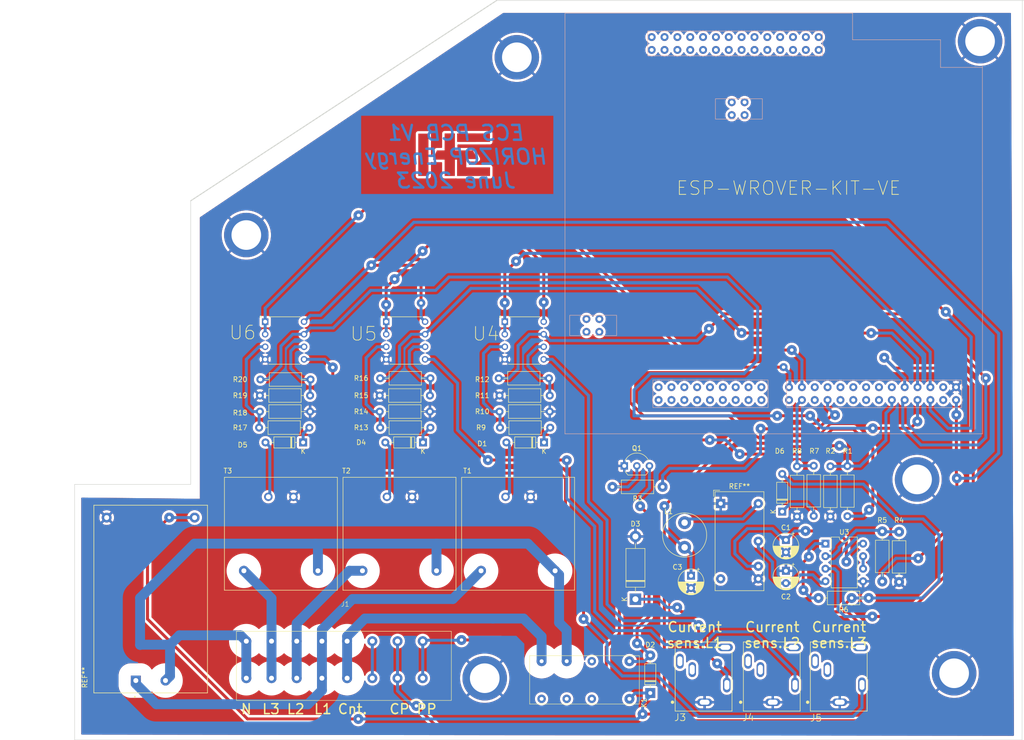
<source format=kicad_pcb>
(kicad_pcb (version 20221018) (generator pcbnew)
  (title_block (title "ECS HORIZOP Prototype") (date "2023-05-14") (rev "1.4") (company "HORIZOP Energy"))
  (layers (0 "F.Cu" signal) (31 "B.Cu" signal) (34 "B.Paste" user) (35 "F.Paste" user) (36 "B.SilkS" user "B.Silkscreen") (37 "F.SilkS" user "F.Silkscreen") (38 "B.Mask" user) (39 "F.Mask" user) (44 "Edge.Cuts" user))
  (net 0 "")
  (net 1 "GND")
  (net 2 "+5V")
  (net 3 "Net-(D1-Pad2)")
  (net 4 "Net-(D2-Pad2)")
  (net 5 "CP")
  (net 6 "Net-(D4-Pad2)")
  (net 7 "Net-(D5-Pad2)")
  (net 8 "Contactor")
  (net 9 "MAINS_N")
  (net 10 "MAINS_L3")
  (net 11 "MAINS_L2")
  (net 12 "MAINS_L1")
  (net 13 "/PP")
  (net 14 "CUR_SENS_L3")
  (net 15 "CUR_SENS_L2")
  (net 16 "CUR_SENS_L1")
  (net 17 "VOLTAGE_SENS_L1_READ")
  (net 18 "+12VDC")
  (net 19 "-12VDC")
  (net 20 "Net-(D1-Pad1)")
  (net 21 "Net-(D4-Pad1)")
  (net 22 "Net-(D5-Pad1)")
  (net 23 "Net-(D6-Pad1)")
  (net 24 "Net-(L1-Pad1)")
  (net 25 "Net-(Q1-Pad2)")
  (net 26 "DC_RELAY")
  (net 27 "Net-(R4-Pad2)")
  (net 28 "+3V3")
  (net 29 "Net-(R6-Pad2)")
  (net 30 "CP_READ")
  (net 31 "Net-(R10-Pad1)")
  (net 32 "Net-(R11-Pad2)")
  (net 33 "CURRENT_SENS_L1_READ")
  (net 34 "Net-(R13-Pad2)")
  (net 35 "Net-(R15-Pad2)")
  (net 36 "CURRENT_SENS_L2_READ")
  (net 37 "Net-(R17-Pad2)")
  (net 38 "Net-(R19-Pad2)")
  (net 39 "CURRENT_SENS_L3_READ")
  (net 40 "PWM")
  (net 41 "Net-(U3-Pad6)")
  (net 42 "VOLTAGE_SENS_L3_READ")
  (net 43 "VOLTAGE_SENS_L2_READ")
  (footprint "DehneEVSEFootPrints:MountingHole_6mm" (layer "F.Cu") (at 161.8 100.69)
    (fp_text reference "REF**" hide)
    (fp_text value "MountingHole_6mm")
  )
  (footprint "DehneEVSEFootPrints:MountingHole_6mm" (layer "F.Cu") (at 216.55 64.69)
    (fp_text reference "REF**" hide)
    (fp_text value "MountingHole_6mm")
  )
  (footprint "DehneEVSEFootPrints:MountingHole_6mm" (layer "F.Cu") (at 305.05 189.44)
    (fp_text reference "REF**" hide)
    (fp_text value "MountingHole_6mm")
  )
  (footprint "NonFoundThings:Bornier la5dher" (layer "F.Cu") (at 159.8 170.94)
    (fp_text reference "J1")
    (fp_text value "Connector1")
  )
  (footprint "ECS-PrototypeFootPrints:CUI_SJ1-3515N" (layer "F.Cu") (at 254.545 195.3 90)
    (fp_text reference "J3")
    (fp_text value "SJ1-3515N")
  )
  (footprint "ECS-PrototypeFootPrints:CUI_SJ1-3515N" (layer "F.Cu") (at 268.345 195.3 90)
    (fp_text reference "J4")
    (fp_text value "SJ1-3515N")
  )
  (footprint "ECS-PrototypeFootPrints:CUI_SJ1-3515N" (layer "F.Cu") (at 281.9 195.3 90)
    (fp_text reference "J5")
    (fp_text value "SJ1-3515N")
  )
  (footprint "Diode_THT:D_DO-35_SOD27_P7.62mm_Horizontal" (layer "F.Cu") (at 243.55 193.44 90)
    (fp_text reference "D2")
    (fp_text value "1N4148")
  )
  (footprint "Diode_THT:D_DO-15_P12.70mm_Horizontal" (layer "F.Cu") (at 240.55 174.44 90)
    (fp_text reference "D3")
    (fp_text value "TVS-P6KE16CA")
  )
  (footprint "Package_TO_SOT_THT:TO-92_Inline_Wide" (layer "F.Cu") (at 238.3 147.44)
    (fp_text reference "Q1")
    (fp_text value "PN2222A")
  )
  (footprint "Resistor_THT:R_Axial_DIN0207_L6.3mm_D2.5mm_P10.16mm_Horizontal" (layer "F.Cu") (at 283.449999 147.475001 -90)
    (fp_text reference "R1")
    (fp_text value "1k")
  )
  (footprint "Resistor_THT:R_Axial_DIN0207_L6.3mm_D2.5mm_P10.16mm_Horizontal" (layer "F.Cu") (at 280.005 157.69 90)
    (fp_text reference "R2")
    (fp_text value "1k")
  )
  (footprint "Resistor_THT:R_Axial_DIN0207_L6.3mm_D2.5mm_P10.16mm_Horizontal" (layer "F.Cu") (at 246.05 151.69 180)
    (fp_text reference "R3")
    (fp_text value "330")
  )
  (footprint "Resistor_THT:R_Axial_DIN0207_L6.3mm_D2.5mm_P10.16mm_Horizontal" (layer "F.Cu") (at 293.91 170.95 90)
    (fp_text reference "R4")
    (fp_text value "120k")
  )
  (footprint "Resistor_THT:R_Axial_DIN0207_L6.3mm_D2.5mm_P10.16mm_Horizontal" (layer "F.Cu") (at 290.505 160.69 -90)
    (fp_text reference "R5")
    (fp_text value "120k")
  )
  (footprint "Resistor_THT:R_Axial_DIN0207_L6.3mm_D2.5mm_P10.16mm_Horizontal" (layer "F.Cu") (at 287.755 174.19 180)
    (fp_text reference "R6")
    (fp_text value "1k")
  )
  (footprint "Resistor_THT:R_Axial_DIN0207_L6.3mm_D2.5mm_P10.16mm_Horizontal" (layer "F.Cu") (at 276.629999 147.415001 -90)
    (fp_text reference "R7")
    (fp_text value "180k")
  )
  (footprint "Resistor_THT:R_Axial_DIN0207_L6.3mm_D2.5mm_P10.16mm_Horizontal" (layer "F.Cu") (at 273.255 157.69 90)
    (fp_text reference "R8")
    (fp_text value "47k")
  )
  (footprint "DehneEVSEFootPrints:VB_05-1-12" (layer "F.Cu") (at 168.8 161.19 90)
    (fp_text reference "T3")
    (fp_text value "VB_05-1-12")
  )
  (footprint "DehneEVSEFootPrints:VB_05-1-12" (layer "F.Cu") (at 216.8 161.19 90)
    (fp_text reference "T1")
    (fp_text value "VB_05-1-12")
  )
  (footprint "DehneEVSEFootPrints:VB_05-1-12" (layer "F.Cu") (at 192.8 161.19 90)
    (fp_text reference "T2")
    (fp_text value "VB_05-1-12")
  )
  (footprint "DehneEVSEFootPrints:MountingHole_6mm" (layer "F.Cu") (at 297.55 150.19)
    (fp_text reference "REF**" hide)
    (fp_text value "MountingHole_6mm")
  )
  (footprint "Package_DIP:DIP-8_W7.62mm" (layer "F.Cu") (at 279.005 163.19)
    (fp_text reference "U3")
    (fp_text value "LT1498IN8")
  )
  (footprint "Diode_THT:D_DO-35_SOD27_P7.62mm_Horizontal" (layer "F.Cu") (at 270.255 156.69 90)
    (fp_text reference "D6")
    (fp_text value "1N4148")
  )
  (footprint "Inductor_THT:L_Radial_D8.7mm_P5.00mm_Fastron_07HCP" (layer "F.Cu") (at 250.5 158.94 -90)
    (fp_text reference "L1")
    (fp_text value "18uH")
  )
  (footprint "Capacitor_THT:CP_Radial_D5.0mm_P2.50mm" (layer "F.Cu") (at 271.005 168.69 -90)
    (fp_text reference "C2")
    (fp_text value "1uf")
  )
  (footprint "Capacitor_THT:CP_Radial_D5.0mm_P2.50mm" (layer "F.Cu") (at 251.8 169.69 -90)
    (fp_text reference "C3")
    (fp_text value "2.2uf/50V")
  )
  (footprint "Capacitor_THT:CP_Radial_D5.0mm_P2.50mm" (layer "F.Cu") (at 271.005 162.44 -90)
    (fp_text reference "C1")
    (fp_text value "1uf")
  )
  (footprint "Diode_THT:D_DO-35_SOD27_P7.62mm_Horizontal" (layer "F.Cu") (at 197.55 142.69 180)
    (fp_text reference "D4")
    (fp_text value "1N4148")
  )
  (footprint "Resistor_THT:R_Axial_DIN0207_L6.3mm_D2.5mm_P10.16mm_Horizontal" (layer "F.Cu") (at 188.8 133.19)
    (fp_text reference "R15")
    (fp_text value "10k")
  )
  (footprint "Diode_THT:D_DO-35_SOD27_P7.62mm_Horizontal" (layer "F.Cu") (at 222.05 142.69 180)
    (fp_text reference "D1")
    (fp_text value "1N4148")
  )
  (footprint "Resistor_THT:R_Axial_DIN0207_L6.3mm_D2.5mm_P10.16mm_Horizontal" (layer "F.Cu") (at 223.3 139.69 180)
    (fp_text reference "R9")
    (fp_text value "100k")
  )
  (footprint "Resistor_THT:R_Axial_DIN0207_L6.3mm_D2.5mm_P10.16mm_Horizontal" (layer "F.Cu") (at 213.05 136.44)
    (fp_text reference "R10")
    (fp_text value "10k")
  )
  (footprint "Resistor_THT:R_Axial_DIN0207_L6.3mm_D2.5mm_P10.16mm_Horizontal" (layer "F.Cu") (at 213.05 133.19)
    (fp_text reference "R11")
    (fp_text value "10k")
  )
  (footprint "Resistor_THT:R_Axial_DIN0207_L6.3mm_D2.5mm_P10.16mm_Horizontal" (layer "F.Cu") (at 174.55 139.69 180)
    (fp_text reference "R17")
    (fp_text value "100k")
  )
  (footprint "Resistor_THT:R_Axial_DIN0207_L6.3mm_D2.5mm_P10.16mm_Horizontal" (layer "F.Cu") (at 199.05 129.69 180)
    (fp_text reference "R16")
    (fp_text value "10k")
  )
  (footprint "Resistor_THT:R_Axial_DIN0207_L6.3mm_D2.5mm_P10.16mm_Horizontal" (layer "F.Cu") (at 164.55 136.44)
    (fp_text reference "R18")
    (fp_text value "10k")
  )
  (footprint "Resistor_THT:R_Axial_DIN0207_L6.3mm_D2.5mm_P10.16mm_Horizontal" (layer "F.Cu") (at 199.05 139.69 180)
    (fp_text reference "R13")
    (fp_text value "100k")
  )
  (footprint "Resistor_THT:R_Axial_DIN0207_L6.3mm_D2.5mm_P10.16mm_Horizontal" (layer "F.Cu") (at 223.05 129.69 180)
    (fp_text reference "R12")
    (fp_text value "10k")
  )
  (footprint "Resistor_THT:R_Axial_DIN0207_L6.3mm_D2.5mm_P10.16mm_Horizontal" (layer "F.Cu") (at 188.8 136.44)
    (fp_text reference "R14")
    (fp_text value "10k")
  )
  (footprint "Resistor_THT:R_Axial_DIN0207_L6.3mm_D2.5mm_P10.16mm_Horizontal" (layer "F.Cu") (at 174.8 129.94 180)
    (fp_text reference "R20")
    (fp_text value "10k")
  )
  (footprint "Resistor_THT:R_Axial_DIN0207_L6.3mm_D2.5mm_P10.16mm_Horizontal" (layer "F.Cu") (at 164.55 133.19)
    (fp_text reference "R19")
    (fp_text value "10k")
  )
  (footprint "Diode_THT:D_DO-35_SOD27_P7.62mm_Horizontal" (layer "F.Cu") (at 173.3 142.69 180)
    (fp_text reference "D5")
    (fp_text value "1N4148")
  )
  (footprint "ECS-PrototypeFootPrints:DIP787W46P254L927H533Q8" (layer "F.Cu") (at 218.05 122.05)
    (fp_text reference "U4")
    (fp_text value "MCP602T")
  )
  (footprint "ECS-PrototypeFootPrints:DIP787W46P254L927H533Q8" (layer "F.Cu") (at 194.05 122.05)
    (fp_text reference "U5")
    (fp_text value "MCP602T")
  )
  (footprint "ECS-PrototypeFootPrints:DIP787W46P254L927H533Q8" (layer "F.Cu") (at 169.55 122.05)
    (fp_text reference "U6")
    (fp_text value "MCP602T")
  )
  (footprint "NonFoundThings:RY5W-K" (layer "F.Cu") (at 231.02 201.22 180)
    (fp_text reference "REF**" hide)
    (fp_text value "RY5W-K")
  )
  (footprint "Converter_DCDC:Converter_DCDC_XP_POWER-IAxxxxD_THT" (layer "F.Cu") (at 257.8 155.07)
    (fp_text reference "REF**")
    (fp_text value "Converter_DCDC_XP_POWER-IAxxxxD_THT")
  )
  (footprint "" (layer "F.Cu") (at 210.05 190.44)
    (fp_text reference "")
    (fp_text value "")
  )
  (footprint "" (layer "F.Cu") (at 310.3 61.44)
    (fp_text reference "")
    (fp_text value "")
  )
  (footprint "ECS-PrototypeFootPrints:CONV_HLK-5M05" (layer "F.Cu") (at 142.44 174.41 90)
    (fp_text reference "REF**")
    (fp_text value "CONV_HLK-5M05")
  )
  (footprint "NonFoundThings:ESP-WROVER-KIT-VE" (layer "B.Cu") (at 310.79 140.94 90)
    (fp_text reference "Ref**" hide)
    (fp_text value "ESP-WROVER-KIT-VE" hide)
  )
  (footprint "ECS-PrototypeFootPrints:KiCAD Loo" (layer "B.Cu") (at 203.8 84.19 180)
    (fp_text reference "G***" hide)
    (fp_text value "LOGO" hide)
  )
  (gr_line (start 318.8 202.94) (end 127.05 202.94) (stroke (width 0.1)) (layer "Edge.Cuts"))
  (gr_line (start 212.46 53.19) (end 319.14 53.19) (stroke (width 0.1)) (layer "Edge.Cuts"))
  (gr_line (start 127.05 202.94) (end 127.045 151.19) (stroke (width 0.1)) (layer "Edge.Cuts"))
  (gr_line (start 318.845 53.19) (end 318.8 202.94) (stroke (width 0.1)) (layer "Edge.Cuts"))
  (gr_line (start 150.55 93.75) (end 212.46 53.19) (stroke (width 0.2)) (layer "Edge.Cuts"))
  (gr_line (start 150.55 151.19) (end 150.55 93.75) (stroke (width 0.1)) (layer "Edge.Cuts"))
  (gr_line (start 127.045 151.19) (end 150.55 151.19) (stroke (width 0.1)) (layer "Edge.Cuts"))
  (gr_text "ECS PCB V1\nHORIZOP Energy\nJune 2023" (at 204.3 91.44) (layer "B.Cu") (effects (font (size 3 3) (thickness 0.5) bold italic) (justify bottom mirror)))
  (gr_text "L3" (at 166.8 196.69) (layer "F.SilkS") (effects (font (size 2 2) (thickness 0.3))))
  (gr_text "L2" (at 171.8 196.69) (layer "F.SilkS") (effects (font (size 2 2) (thickness 0.3))))
  (gr_text "L1" (at 177.3 196.69) (layer "F.SilkS") (effects (font (size 2 2) (thickness 0.3))))
  (gr_text "Cnt." (at 183.3 196.69) (layer "F.SilkS") (effects (font (size 2 2) (thickness 0.3))))
  (gr_text "CP" (at 192.8 196.69) (layer "F.SilkS") (effects (font (size 2 2) (thickness 0.3))))
  (gr_text "PP" (at 198.3 196.69) (layer "F.SilkS") (effects (font (size 2 2) (thickness 0.3))))
  (gr_text "Current\nsens.L1" (at 252.55 181.69) (layer "F.SilkS") (effects (font (size 2 2) (thickness 0.3))))
  (gr_text "Current\nsens.L2" (at 268.255 181.69) (layer "F.SilkS") (effects (font (size 2 2) (thickness 0.3))))
  (gr_text "Current\nsens.L3" (at 281.755 181.69) (layer "F.SilkS") (effects (font (size 2 2) (thickness 0.3))))
  (gr_text "N" (at 161.8 196.69) (layer "F.SilkS") (effects (font (size 2 2) (thickness 0.3))))
  (gr_text "ESP-WROVER-KIT-VE" (at 271.55 91.19) (layer "F.SilkS") (effects (font (size 2.755976 2.755976))))
  (segment (start 187.3 182.94) (end 187.3 190.44) (width 0.6) (layer "B.Cu") (net 0))
  (segment (start 242.17 137.31) (end 259.49 137.31) (width 0.6) (layer "F.Cu") (net 2))
  (segment (start 246.4 195.25) (end 243.95 197.7) (width 0.6) (layer "F.Cu") (net 2))
  (segment (start 265.05 142.87) (end 269.37 142.87) (width 0.6) (layer "F.Cu") (net 2))
  (segment (start 151.34 157.91) (end 151.64 157.61) (width 0.6) (layer "F.Cu") (net 2))
  (segment (start 141.8 178.45) (end 141.8 162.25) (width 0.6) (layer "F.Cu") (net 2))
  (segment (start 277.95 142.44) (end 280.39 140) (width 0.6) (layer "F.Cu") (net 2))
  (segment (start 270.53 127.44) (end 270.14 127.83) (width 0.6) (layer "F.Cu") (net 2))
  (segment (start 246.41 155.58) (end 260.05 141.94) (width 0.6) (layer "F.Cu") (net 2))
  (segment (start 264.12 141.94) (end 265.05 142.87) (width 0.6) (layer "F.Cu") (net 2))
  (segment (start 239.49 129.94) (end 239.49 134.63) (width 0.6) (layer "F.Cu") (net 2))
  (segment (start 184.46 198.69) (end 162.04 198.69) (width 0.6) (layer "F.Cu") (net 2))
  (segment (start 260.05 141.94) (end 264.12 141.94) (width 0.6) (layer "F.Cu") (net 2))
  (segment (start 280.39 140) (end 284.66 140) (width 0.6) (layer "F.Cu") (net 2))
  (segment (start 239.49 134.63) (end 242.17 137.31) (width 0.6) (layer "F.Cu") (net 2))
  (segment (start 284.66 140) (end 288.6 143.94) (width 0.6) (layer "F.Cu") (net 2))
  (segment (start 288.6 155.58) (end 287.84 156.34) (width 0.6) (layer "F.Cu") (net 2))
  (segment (start 243.95 197.7) (end 242.01 197.7) (width 0.6) (layer "F.Cu") (net 2))
  (segment (start 146.14 157.91) (end 146.19 157.91) (width 0.6) (layer "F.Cu") (net 2))
  (segment (start 146.2 157.9) (end 146.21 157.91) (width 0.6) (layer "F.Cu") (net 2))
  (segment (start 259.49 137.31) (end 265.05 142.87) (width 0.6) (layer "F.Cu") (net 2))
  (segment (start 271.77 131.6) (end 271.67 131.5) (width 0.6) (layer "F.Cu") (net 2))
  (segment (start 141.8 162.25) (end 146.14 157.91) (width 0.6) (layer "F.Cu") (net 2))
  (segment (start 241.99 127.44) (end 239.49 129.94) (width 0.6) (layer "F.Cu") (net 2))
  (segment (start 151.64 157.61) (end 151.66 157.61) (width 0.6) (layer "F.Cu") (net 2))
  (segment (start 269.37 142.87) (end 269.8 142.44) (width 0.6) (layer "F.Cu") (net 2))
  (segment (start 288.6 143.94) (end 288.6 155.58) (width 0.6) (layer "F.Cu") (net 2))
  (segment (start 271.67 131.5) (end 271.64 131.5) (width 0.6) (layer "F.Cu") (net 2))
  (segment (start 146.19 157.91) (end 146.2 157.9) (width 0.6) (layer "F.Cu") (net 2))
  (segment (start 270.53 127.44) (end 241.99 127.44) (width 0.6) (layer "F.Cu") (net 2))
  (segment (start 269.8 142.44) (end 277.95 142.44) (width 0.6) (layer "F.Cu") (net 2))
  (segment (start 246.41 155.58) (end 246.4 155.59) (width 0.6) (layer "F.Cu") (net 2))
  (segment (start 162.04 198.69) (end 141.8 178.45) (width 0.6) (layer "F.Cu") (net 2))
  (segment (start 246.4 155.59) (end 246.4 195.25) (width 0.6) (layer "F.Cu") (net 2))
  (via (at 270.53 127.44) (size 1.6) (drill 0.7) (layers "F.Cu" "B.Cu") (net 2))
  (via (at 246.41 155.58) (size 2) (drill 0.7) (layers "F.Cu" "B.Cu") (net 2))
  (via (at 184.46 198.69) (size 2) (drill 0.7) (layers "F.Cu" "B.Cu") (net 2))
  (via (at 146.2 157.9) (size 2) (drill 0.7) (layers "F.Cu" "B.Cu") (net 2))
  (via (at 242.01 197.7) (size 2) (drill 0.7) (layers "F.Cu" "B.Cu") (net 2))
  (via (at 287.84 156.34) (size 2) (drill 0.7) (layers "F.Cu" "B.Cu") (net 2))
  (segment (start 146.21 157.91) (end 151.34 157.91) (width 0.6) (layer "B.Cu") (net 2))
  (segment (start 242.01 195.56) (end 243.55 194.02) (width 0.6) (layer "B.Cu") (net 2))
  (segment (start 241.02 198.69) (end 184.46 198.69) (width 0.6) (layer "B.Cu") (net 2))
  (segment (start 251.8 169.69) (end 251.8 165.24) (width 0.6) (layer "B.Cu") (net 2))
  (segment (start 287.84 156.34) (end 286.565 157.615) (width 0.6) (layer "B.Cu") (net 2))
  (segment (start 271.8 128.71) (end 271.8 131.34) (width 0.6) (layer "B.Cu") (net 2))
  (segment (start 283.47 157.615) (end 283.449999 157.635001) (width 0.6) (layer "B.Cu") (net 2))
  (segment (start 250.25 163.94) (end 250.5 163.94) (width 0.6) (layer "B.Cu") (net 2))
  (segment (start 270.53 127.44) (end 271.8 128.71) (width 0.6) (layer "B.Cu") (net 2))
  (segment (start 251.8 165.24) (end 250.5 163.94) (width 0.6) (layer "B.Cu") (net 2))
  (segment (start 286.565 157.615) (end 283.47 157.615) (width 0.6) (layer "B.Cu") (net 2))
  (segment (start 243.55 194.02) (end 243.55 193.44) (width 0.6) (layer "B.Cu") (net 2))
  (segment (start 242.01 197.7) (end 242.01 195.56) (width 0.6) (layer "B.Cu") (net 2))
  (segment (start 271.8 131.34) (end 271.64 131.5) (width 0.6) (layer "B.Cu") (net 2))
  (segment (start 242.01 197.7) (end 241.02 198.69) (width 0.6) (layer "B.Cu") (net 2))
  (segment (start 246.41 155.58) (end 246.41 160.1) (width 0.6) (layer "B.Cu") (net 2))
  (segment (start 239.34 194.62) (end 240.52 193.44) (width 0.6) (layer "B.Cu") (net 2))
  (segment (start 240.52 193.44) (end 243.55 193.44) (width 0.6) (layer "B.Cu") (net 2))
  (segment (start 246.41 160.1) (end 250.25 163.94) (width 0.6) (layer "B.Cu") (net 2))
  (segment (start 214.26 142.86) (end 214.43 142.69) (width 0.6) (layer "F.Cu") (net 3))
  (segment (start 215.05 152.907) (end 214.26 153.697) (width 0.6) (layer "B.Cu") (net 3))
  (segment (start 214.43 142.69) (end 215.05 143.31) (width 0.6) (layer "B.Cu") (net 3))
  (segment (start 215.05 143.31) (end 215.05 152.907) (width 0.6) (layer "B.Cu") (net 3))
  (segment (start 240.88 180.38) (end 243.3 177.96) (width 0.6) (layer "F.Cu") (net 4))
  (segment (start 243.3 177.96) (end 243.3 157.4) (width 0.6) (layer "F.Cu") (net 4))
  (segment (start 240.88 183.37) (end 240.88 180.38) (width 0.6) (layer "F.Cu") (net 4))
  (segment (start 243.3 157.4) (end 241.5 155.6) (width 0.6) (layer "F.Cu") (net 4))
  (segment (start 243.3 147.52) (end 243.38 147.44) (width 0.6) (layer "F.Cu") (net 4))
  (segment (start 243.3 185.57) (end 243.55 185.82) (width 0.6) (layer "F.Cu") (net 4))
  (via (at 240.88 183.37) (size 2) (drill 0.7) (layers "F.Cu" "B.Cu") (net 4))
  (via (at 241.5 155.6) (size 2) (drill 0.7) (layers "F.Cu" "B.Cu") (net 4))
  (segment (start 243.38 151.92) (end 243.38 147.44) (width 0.6) (layer "B.Cu") (net 4))
  (segment (start 243.55 185.82) (end 242.32 187.05) (width 0.6) (layer "B.Cu") (net 4))
  (segment (start 241.5 153.8) (end 243.38 151.92) (width 0.6) (layer "B.Cu") (net 4))
  (segment (start 241.5 155.6) (end 241.5 153.8) (width 0.6) (layer "B.Cu") (net 4))
  (segment (start 240.88 183.37) (end 241.1 183.37) (width 0.6) (layer "B.Cu") (net 4))
  (segment (start 242.32 187.05) (end 239.39 187.05) (width 0.6) (layer "B.Cu") (net 4))
  (segment (start 241.1 183.37) (end 243.55 185.82) (width 0.6) (layer "B.Cu") (net 4))
  (segment (start 239.39 187.05) (end 239.34 187) (width 0.6) (layer "B.Cu") (net 4))
  (segment (start 196.2 196.09) (end 200.46 200.35) (width 0.6) (layer "F.Cu") (net 5))
  (segment (start 288.7 199.05) (end 289.5 198.25) (width 0.6) (layer "F.Cu") (net 5))
  (segment (start 249 176.1) (end 249.9 177) (width 0.6) (layer "F.Cu") (net 5))
  (segment (start 246.65 199.05) (end 288.7 199.05) (width 0.6) (layer "F.Cu") (net 5))
  (segment (start 289.5 198.25) (end 289.5 183) (width 0.6) (layer "F.Cu") (net 5))
  (segment (start 281.45 177) (end 284.26 174.19) (width 0.6) (layer "F.Cu") (net 5))
  (segment (start 284.26 174.19) (end 284.29 174.19) (width 0.6) (layer "F.Cu") (net 5))
  (segment (start 245.35 200.35) (end 246.65 199.05) (width 0.6) (layer "F.Cu") (net 5))
  (segment (start 200.46 200.35) (end 245.35 200.35) (width 0.6) (layer "F.Cu") (net 5))
  (segment (start 249.9 177) (end 281.45 177) (width 0.6) (layer "F.Cu") (net 5))
  (segment (start 284.3 174.2) (end 284.31 174.19) (width 0.6) (layer "F.Cu") (net 5))
  (segment (start 284.29 174.19) (end 284.3 174.2) (width 0.6) (layer "F.Cu") (net 5))
  (segment (start 196.16 196.05) (end 196.2 196.05) (width 0.6) (layer "F.Cu") (net 5))
  (segment (start 283.5 177) (end 280.95 177) (width 0.6) (layer "F.Cu") (net 5))
  (segment (start 289.5 183) (end 283.5 177) (width 0.6) (layer "F.Cu") (net 5))
  (segment (start 196.2 196.05) (end 196.2 196.09) (width 0.6) (layer "F.Cu") (net 5))
  (via (at 284.3 174.2) (size 2) (drill 0.7) (layers "F.Cu" "B.Cu") (net 5))
  (via (at 249 176.1) (size 2) (drill 0.7) (layers "F.Cu" "B.Cu") (net 5))
  (via (at 196.2 196.05) (size 2) (drill 0.7) (layers "F.Cu" "B.Cu") (net 5))
  (segment (start 192.4 182.94) (end 192.4 190.44) (width 0.6) (layer "B.Cu") (net 5))
  (segment (start 298.58 174.19) (end 301.99 170.78) (width 0.6) (layer "B.Cu") (net 5))
  (segment (start 298.76 158.19) (end 293.74 158.19) (width 0.6) (layer "B.Cu") (net 5))
  (segment (start 192.4 190.44) (end 192.4 193.01) (width 0.6) (layer "B.Cu") (net 5))
  (segment (start 286.68 151.13) (end 272.315 151.13) (width 0.6) (layer "B.Cu") (net 5))
  (segment (start 272.315 151.13) (end 270.255 149.07) (width 0.6) (layer "B.Cu") (net 5))
  (segment (start 284.31 174.19) (end 287.755 174.19) (width 0.6) (layer "B.Cu") (net 5))
  (segment (start 301.99 170.78) (end 301.99 161.42) (width 0.6) (layer "B.Cu") (net 5))
  (segment (start 249 176.1) (end 246.96 176.1) (width 0.6) (layer "B.Cu") (net 5))
  (segment (start 192.4 193.01) (end 195.44 196.05) (width 0.6) (layer "B.Cu") (net 5))
  (segment (start 287.755 174.19) (end 298.58 174.19) (width 0.6) (layer "B.Cu") (net 5))
  (segment (start 245.3 174.44) (end 240.55 174.44) (width 0.6) (layer "B.Cu") (net 5))
  (segment (start 301.99 161.42) (end 298.76 158.19) (width 0.6) (layer "B.Cu") (net 5))
  (segment (start 195.44 196.05) (end 196.16 196.05) (width 0.6) (layer "B.Cu") (net 5))
  (segment (start 246.96 176.1) (end 245.3 174.44) (width 0.6) (layer "B.Cu") (net 5))
  (segment (start 293.74 158.19) (end 286.68 151.13) (width 0.6) (layer "B.Cu") (net 5))
  (segment (start 190.26 143.02) (end 189.93 142.69) (width 0.6) (layer "F.Cu") (net 6))
  (segment (start 190.8 143.56) (end 190.8 153.157) (width 0.6) (layer "B.Cu") (net 6))
  (segment (start 189.93 142.69) (end 190.8 143.56) (width 0.6) (layer "B.Cu") (net 6))
  (segment (start 190.8 153.157) (end 190.26 153.697) (width 0.6) (layer "B.Cu") (net 6))
  (segment (start 166.55 143.56) (end 166.55 153.407) (width 0.6) (layer "B.Cu") (net 7))
  (segment (start 165.68 142.69) (end 166.55 143.56) (width 0.6) (layer "B.Cu") (net 7))
  (segment (start 166.55 153.407) (end 166.26 153.697) (width 0.6) (layer "B.Cu") (net 7))
  (segment (start 185.808881 178.35) (end 182.2 181.958881) (width 2) (layer "B.Cu") (net 8))
  (segment (start 211.71 178.35) (end 217.9 178.35) (width 2) (layer "B.Cu") (net 8))
  (segment (start 221.56 182.01) (end 221.56 187) (width 2) (layer "B.Cu") (net 8))
  (segment (start 182.2 183.34) (end 182.2 190.44) (width 2) (layer "B.Cu") (net 8))
  (segment (start 182.2 181.958881) (end 182.2 182.94) (width 2) (layer "B.Cu") (net 8))
  (segment (start 211.71 178.35) (end 185.808881 178.35) (width 2) (layer "B.Cu") (net 8))
  (segment (start 217.9 178.35) (end 221.56 182.01) (width 2) (layer "B.Cu") (net 8))
  (segment (start 161.8 182.94) (end 160.61 181.75) (width 2) (layer "B.Cu") (net 9))
  (segment (start 146.36 183.65) (end 140.34 183.65) (width 2) (layer "B.Cu") (net 9))
  (segment (start 140.34 183.65) (end 140.3 183.69) (width 2) (layer "B.Cu") (net 9))
  (segment (start 200.293 168.683) (end 200.293 163.197) (width 2) (layer "B.Cu") (net 9))
  (segment (start 140.3 183.69) (end 140.3 174.19) (width 2) (layer "B.Cu") (net 9))
  (segment (start 176.293 168.683) (end 176.293 163.683) (width 2) (layer "B.Cu") (net 9))
  (segment (start 226.64 180.726039) (end 225.1 179.186039) (width 2) (layer "B.Cu") (net 9))
  (segment (start 148.26 181.75) (end 146.36 183.65) (width 2) (layer "B.Cu") (net 9))
  (segment (start 200.293 163.197) (end 200.3 163.19) (width 2) (layer "B.Cu") (net 9))
  (segment (start 176.293 163.683) (end 175.8 163.19) (width 2) (layer "B.Cu") (net 9))
  (segment (start 226.64 187) (end 226.64 180.726039) (width 2) (layer "B.Cu") (net 9))
  (segment (start 161.8 182.94) (end 161.8 190.44) (width 2) (layer "B.Cu") (net 9))
  (segment (start 146.36 189.99) (end 145.44 190.91) (width 2) (layer "B.Cu") (net 9))
  (segment (start 225.1 169.49) (end 224.293 168.683) (width 2) (layer "B.Cu") (net 9))
  (segment (start 175.8 163.19) (end 200.3 163.19) (width 2) (layer "B.Cu") (net 9))
  (segment (start 218.8 163.19) (end 224.293 168.683) (width 2) (layer "B.Cu") (net 9))
  (segment (start 225.1 179.186039) (end 225.1 169.49) (width 2) (layer "B.Cu") (net 9))
  (segment (start 200.3 163.19) (end 218.8 163.19) (width 2) (layer "B.Cu") (net 9))
  (segment (start 140.3 174.19) (end 151.3 163.19) (width 2) (layer "B.Cu") (net 9))
  (segment (start 160.61 181.75) (end 148.26 181.75) (width 2) (layer "B.Cu") (net 9))
  (segment (start 151.3 163.19) (end 175.8 163.19) (width 2) (layer "B.Cu") (net 9))
  (segment (start 146.36 183.65) (end 146.36 189.99) (width 2) (layer "B.Cu") (net 9))
  (segment (start 161.307 168.683) (end 166.9 174.276) (width 2) (layer "B.Cu") (net 10))
  (segment (start 166.9 174.276) (end 166.9 190.44) (width 2) (layer "B.Cu") (net 10))
  (segment (start 182.656961 168.683) (end 172 179.339961) (width 2) (layer "B.Cu") (net 11))
  (segment (start 172 179.339961) (end 172 190.44) (width 2) (layer "B.Cu") (net 11))
  (segment (start 185.307 168.683) (end 182.656961 168.683) (width 2) (layer "B.Cu") (net 11))
  (segment (start 139.44 190.91) (end 139.44 191.573962) (width 2) (layer "B.Cu") (net 12))
  (segment (start 203.59 174.4) (end 209.307 168.683) (width 2) (layer "B.Cu") (net 12))
  (segment (start 174.28 195.71) (end 177.1 192.89) (width 2) (layer "B.Cu") (net 12))
  (segment (start 177.1 180.603923) (end 183.303923 174.4) (width 2) (layer "B.Cu") (net 12))
  (segment (start 139.44 191.573962) (end 143.576038 195.71) (width 2) (layer "B.Cu") (net 12))
  (segment (start 143.576038 195.71) (end 174.28 195.71) (width 2) (layer "B.Cu") (net 12))
  (segment (start 177.1 192.89) (end 177.1 180.603923) (width 2) (layer "B.Cu") (net 12))
  (segment (start 183.303923 174.4) (end 203.59 174.4) (width 2) (layer "B.Cu") (net 12))
  (segment (start 237.3 181.44) (end 234.65 184.09) (width 0.6) (layer "F.Cu") (net 13))
  (segment (start 237.3 157.69) (end 237.3 181.44) (width 0.6) (layer "F.Cu") (net 13))
  (segment (start 280.12 143.36) (end 278.43 145.05) (width 0.6) (layer "F.Cu") (net 13))
  (segment (start 281.84 143.36) (end 280.12 143.36) (width 0.6) (layer "F.Cu") (net 13))
  (segment (start 233.3 142.99) (end 233.3 153.69) (width 0.6) (layer "F.Cu") (net 13))
  (segment (start 219.05 191.69) (end 216.8 189.44) (width 0.6) (layer "F.Cu") (net 13))
  (segment (start 234.8 142.19) (end 234.1 142.19) (width 0.6) (layer "F.Cu") (net 13))
  (segment (start 278.43 145.05) (end 261.66 145.05) (width 0.6) (layer "F.Cu") (net 13))
  (segment (start 205.36 182.69) (end 205.35 182.7) (width 0.6) (layer "F.Cu") (net 13))
  (segment (start 233.3 153.69) (end 237.3 157.69) (width 0.6) (layer "F.Cu") (net 13))
  (segment (start 283.395 147.53) (end 283.449999 147.475001) (width 0.6) (layer "F.Cu") (net 13))
  (segment (start 216.8 186.19) (end 213.3 182.69) (width 0.6) (layer "F.Cu") (net 13))
  (segment (start 234.1 142.19) (end 233.3 142.99) (width 0.6) (layer "F.Cu") (net 13))
  (segment (start 234.65 184.09) (end 234.65 189.26) (width 0.6) (layer "F.Cu") (net 13))
  (segment (start 213.3 182.69) (end 205.36 182.69) (width 0.6) (layer "F.Cu") (net 13))
  (segment (start 216.8 189.44) (end 216.8 186.19) (width 0.6) (layer "F.Cu") (net 13))
  (segment (start 205.35 182.7) (end 205.34 182.69) (width 0.6) (layer "F.Cu") (net 13))
  (segment (start 232.22 191.69) (end 219.05 191.69) (width 0.6) (layer "F.Cu") (net 13))
  (segment (start 255.6 142.19) (end 234.2 142.19) (width 0.6) (layer "F.Cu") (net 13))
  (segment (start 234.65 189.26) (end 232.22 191.69) (width 0.6) (layer "F.Cu") (net 13))
  (segment (start 197.75 182.69) (end 197.5 182.94) (width 0.6) (layer "F.Cu") (net 13))
  (via (at 205.35 182.7) (size 2) (drill 0.7) (layers "F.Cu" "B.Cu") (net 13))
  (via (at 255.6 142.19) (size 2) (drill 0.7) (layers "F.Cu" "B.Cu") (net 13))
  (via (at 281.84 143.36) (size 2) (drill 0.7) (layers "F.Cu" "B.Cu") (net 13))
  (via (at 261.66 145.05) (size 2) (drill 0.7) (layers "F.Cu" "B.Cu") (net 13))
  (segment (start 291.25 142.26) (end 291.25 136.75) (width 0.6) (layer "B.Cu") (net 13))
  (segment (start 258.8 142.19) (end 256.8 142.19) (width 0.6) (layer "B.Cu") (net 13))
  (segment (start 205.34 182.69) (end 205.28 182.75) (width 0.6) (layer "B.Cu") (net 13))
  (segment (start 205.28 182.75) (end 197.81 182.75) (width 0.6) (layer "B.Cu") (net 13))
  (segment (start 282.84 143.36) (end 283.449999 143.969999) (width 0.6) (layer "B.Cu") (net 13))
  (segment (start 286.034999 147.475001) (end 291.25 142.26) (width 0.6) (layer "B.Cu") (net 13))
  (segment (start 261.66 145.05) (end 258.8 142.19) (width 0.6) (layer "B.Cu") (net 13))
  (segment (start 280.005 147.53) (end 283.395 147.53) (width 0.6) (layer "B.Cu") (net 13))
  (segment (start 197.81 182.75) (end 197.75 182.69) (width 0.6) (layer "B.Cu") (net 13))
  (segment (start 197.5 182.94) (end 197.5 190.44) (width 0.6) (layer "B.Cu") (net 13))
  (segment (start 283.449999 143.969999) (end 283.449999 147.475001) (width 0.6) (layer "B.Cu") (net 13))
  (segment (start 281.84 143.36) (end 282.84 143.36) (width 0.6) (layer "B.Cu") (net 13))
  (segment (start 291.25 136.75) (end 292.44 135.56) (width 0.6) (layer "B.Cu") (net 13))
  (segment (start 292.44 135.56) (end 292.44 134.1) (width 0.6) (layer "B.Cu") (net 13))
  (segment (start 283.449999 147.475001) (end 286.034999 147.475001) (width 0.6) (layer "B.Cu") (net 13))
  (segment (start 179.3 127.5) (end 179.3 127.44) (width 0.6) (layer "F.Cu") (net 14))
  (segment (start 230.05 178.44) (end 230.05 161.44) (width 0.6) (layer "F.Cu") (net 14))
  (segment (start 179.3 142.69) (end 179.3 127.5) (width 0.6) (layer "F.Cu") (net 14))
  (segment (start 226.4 157.79) (end 226.4 150) (width 0.6) (layer "F.Cu") (net 14))
  (segment (start 225.3 148.9) (end 185.51 148.9) (width 0.6) (layer "F.Cu") (net 14))
  (segment (start 185.51 148.9) (end 179.3 142.69) (width 0.6) (layer "F.Cu") (net 14))
  (segment (start 226.4 150) (end 225.3 148.9) (width 0.6) (layer "F.Cu") (net 14))
  (segment (start 230.05 161.44) (end 226.4 157.79) (width 0.6) (layer "F.Cu") (net 14))
  (via (at 230.05 178.44) (size 2) (drill 0.7) (layers "F.Cu" "B.Cu") (net 14))
  (via (at 179.3 127.5) (size 2) (drill 0.7) (layers "F.Cu" "B.Cu") (net 14))
  (segment (start 234.8 186.9) (end 237.87 189.97) (width 0.6) (layer "B.Cu") (net 14))
  (segment (start 245.08 189.97) (end 246.55 191.44) (width 0.6) (layer "B.Cu") (net 14))
  (segment (start 253.3 198.2) (end 284.6 198.2) (width 0.6) (layer "B.Cu") (net 14))
  (segment (start 246.55 191.44) (end 246.55 191.45) (width 0.6) (layer "B.Cu") (net 14))
  (segment (start 234.8 183.19) (end 234.8 186.9) (width 0.6) (layer "B.Cu") (net 14))
  (segment (start 230.05 178.44) (end 234.8 183.19) (width 0.6) (layer "B.Cu") (net 14))
  (segment (start 237.87 189.97) (end 245.08 189.97) (width 0.6) (layer "B.Cu") (net 14))
  (segment (start 179.3 127.5) (end 177.66 125.86) (width 0.6) (layer "B.Cu") (net 14))
  (segment (start 284.6 198.2) (end 286.4 196.4) (width 0.6) (layer "B.Cu") (net 14))
  (segment (start 246.55 191.45) (end 253.3 198.2) (width 0.6) (layer "B.Cu") (net 14))
  (segment (start 286.4 196.4) (end 286.4 191.8) (width 0.6) (layer "B.Cu") (net 14))
  (segment (start 177.66 125.86) (end 173.485 125.86) (width 0.6) (layer "B.Cu") (net 14))
  (segment (start 210.7 146.25) (end 210.66 146.3) (width 0.6) (layer "F.Cu") (net 15))
  (segment (start 226.6 146.25) (end 210.7 146.25) (width 0.6) (layer "F.Cu") (net 15))
  (segment (start 226.66 146.3) (end 226.65 146.3) (width 0.6) (layer "F.Cu") (net 15))
  (segment (start 226.65 146.3) (end 226.6 146.25) (width 0.6) (layer "F.Cu") (net 15))
  (via (at 210.7 146.25) (size 2) (drill 0.7) (layers "F.Cu" "B.Cu") (net 15))
  (via (at 226.65 146.3) (size 2) (drill 0.7) (layers "F.Cu" "B.Cu") (net 15))
  (segment (start 232.3 159.69) (end 232.3 176.94) (width 0.6) (layer "B.Cu") (net 15))
  (segment (start 236.16 180.8) (end 243.65 180.8) (width 0.6) (layer "B.Cu") (net 15))
  (segment (start 264.49 181.04) (end 272.845 189.395) (width 0.6) (layer "B.Cu") (net 15))
  (segment (start 226.66 154.05) (end 232.3 159.69) (width 0.6) (layer "B.Cu") (net 15))
  (segment (start 254.29 183.52) (end 256.77 181.04) (width 0.6) (layer "B.Cu") (net 15))
  (segment (start 254.29 183.62) (end 254.29 183.52) (width 0.6) (layer "B.Cu") (net 15))
  (segment (start 243.65 180.8) (end 246.47 183.62) (width 0.6) (layer "B.Cu") (net 15))
  (segment (start 246.47 183.62) (end 254.29 183.62) (width 0.6) (layer "B.Cu") (net 15))
  (segment (start 210.66 146.3) (end 204.55 140.19) (width 0.6) (layer "B.Cu") (net 15))
  (segment (start 199.72 125.86) (end 197.985 125.86) (width 0.6) (layer "B.Cu") (net 15))
  (segment (start 256.77 181.04) (end 264.49 181.04) (width 0.6) (layer "B.Cu") (net 15))
  (segment (start 232.3 176.94) (end 236.16 180.8) (width 0.6) (layer "B.Cu") (net 15))
  (segment (start 226.66 146.3) (end 226.66 154.05) (width 0.6) (layer "B.Cu") (net 15))
  (segment (start 204.55 130.69) (end 199.72 125.86) (width 0.6) (layer "B.Cu") (net 15))
  (segment (start 204.55 140.19) (end 204.55 130.69) (width 0.6) (layer "B.Cu") (net 15))
  (segment (start 272.845 189.395) (end 272.845 191.8) (width 0.6) (layer "B.Cu") (net 15))
  (segment (start 253.325 179.675) (end 253.34 179.69) (width 0.6) (layer "F.Cu") (net 16))
  (segment (start 257.1 187.45) (end 257.1 187.5) (width 0.6) (layer "F.Cu") (net 16))
  (segment (start 257.05 187.45) (end 257.1 187.45) (width 0.6) (layer "F.Cu") (net 16))
  (segment (start 253.34 179.69) (end 253.34 183.74) (width 0.6) (layer "F.Cu") (net 16))
  (segment (start 253.34 183.74) (end 257.05 187.45) (width 0.6) (layer "F.Cu") (net 16))
  (via (at 257.1 187.45) (size 2) (drill 0.7) (layers "F.Cu" "B.Cu") (net 16))
  (via (at 253.325 179.675) (size 2) (drill 0.7) (layers "F.Cu" "B.Cu") (net 16))
  (segment (start 238.16 178.8) (end 234.8 175.44) (width 0.6) (layer "B.Cu") (net 16))
  (segment (start 259.045 189.445) (end 259.045 191.8) (width 0.6) (layer "B.Cu") (net 16))
  (segment (start 231.05 133.19) (end 223.72 125.86) (width 0.6) (layer "B.Cu") (net 16))
  (segment (start 252.45 178.8) (end 238.16 178.8) (width 0.6) (layer "B.Cu") (net 16))
  (segment (start 234.8 175.44) (end 234.8 158.44) (width 0.6) (layer "B.Cu") (net 16))
  (segment (start 234.8 158.44) (end 231.05 154.69) (width 0.6) (layer "B.Cu") (net 16))
  (segment (start 223.72 125.86) (end 221.985 125.86) (width 0.6) (layer "B.Cu") (net 16))
  (segment (start 231.05 154.69) (end 231.05 133.19) (width 0.6) (layer "B.Cu") (net 16))
  (segment (start 253.325 179.675) (end 252.45 178.8) (width 0.6) (layer "B.Cu") (net 16))
  (segment (start 257.1 187.5) (end 259.045 189.445) (width 0.6) (layer "B.Cu") (net 16))
  (segment (start 214.115 114.385) (end 214.1 114.4) (width 0.6) (layer "F.Cu") (net 17))
  (segment (start 216.4 106) (end 214.115 108.285) (width 0.6) (layer "F.Cu") (net 17))
  (segment (start 214.115 108.285) (end 214.115 114.385) (width 0.6) (layer "F.Cu") (net 17))
  (via (at 216.4 106) (size 2) (drill 0.7) (layers "F.Cu" "B.Cu") (net 17))
  (via (at 214.1 114.4) (size 2) (drill 0.7) (layers "F.Cu" "B.Cu") (net 17))
  (segment (start 218 104.4) (end 280.23 104.4) (width 0.6) (layer "B.Cu") (net 17))
  (segment (start 214.1 114.4) (end 214.1 118.225) (width 0.6) (layer "B.Cu") (net 17))
  (segment (start 214.1 118.225) (end 214.115 118.24) (width 0.6) (layer "B.Cu") (net 17))
  (segment (start 300.44 131.6) (end 300.34 131.6) (width 0.6) (layer "B.Cu") (net 17))
  (segment (start 216.4 106) (end 218 104.4) (width 0.6) (layer "B.Cu") (net 17))
  (segment (start 300.2 124.37) (end 300.2 131.46) (width 0.6) (layer "B.Cu") (net 17))
  (segment (start 214.115 118.24) (end 214.115 120.78) (width 0.6) (layer "B.Cu") (net 17))
  (segment (start 280.23 104.4) (end 300.2 124.37) (width 0.6) (layer "B.Cu") (net 17))
  (segment (start 300.2 131.46) (end 300.24 131.5) (width 0.6) (layer "B.Cu") (net 17))
  (segment (start 300.34 131.6) (end 300.24 131.5) (width 0.6) (layer "B.Cu") (net 17))
  (segment (start 271.005 162.44) (end 270.57 162.44) (width 0.6) (layer "F.Cu") (net 18))
  (segment (start 281.22 160.62) (end 283.24 162.64) (width 0.6) (layer "F.Cu") (net 18))
  (segment (start 283.24 162.64) (end 283.24 166.85) (width 0.6) (layer "F.Cu") (net 18))
  (segment (start 274.97 160.62) (end 281.22 160.62) (width 0.6) (layer "F.Cu") (net 18))
  (via (at 274.97 160.62) (size 2) (drill 0.7) (layers "F.Cu" "B.Cu") (net 18))
  (via (at 283.24 166.85) (size 2) (drill 0.7) (layers "F.Cu" "B.Cu") (net 18))
  (segment (start 283.24 165.7) (end 285.75 163.19) (width 0.6) (layer "B.Cu") (net 18))
  (segment (start 263.2 167.77) (end 265.42 167.77) (width 0.6) (layer "B.Cu") (net 18))
  (segment (start 270.57 162.44) (end 268.28 160.15) (width 0.6) (layer "B.Cu") (net 18))
  (segment (start 274.97 160.62) (end 272.825 160.62) (width 0.6) (layer "B.Cu") (net 18))
  (segment (start 283.24 166.85) (end 283.24 165.7) (width 0.6) (layer "B.Cu") (net 18))
  (segment (start 263.2 160.15) (end 260.66 162.69) (width 0.6) (layer "B.Cu") (net 18))
  (segment (start 268.28 160.15) (end 263.2 160.15) (width 0.6) (layer "B.Cu") (net 18))
  (segment (start 260.66 165.23) (end 263.2 167.77) (width 0.6) (layer "B.Cu") (net 18))
  (segment (start 272.825 160.62) (end 271.005 162.44) (width 0.6) (layer "B.Cu") (net 18))
  (segment (start 260.66 162.69) (end 260.66 165.23) (width 0.6) (layer "B.Cu") (net 18))
  (segment (start 285.75 163.19) (end 286.625 163.19) (width 0.6) (layer "B.Cu") (net 18))
  (segment (start 278.625 171.19) (end 279.005 170.81) (width 0.6) (layer "F.Cu") (net 19))
  (segment (start 272.29 171.19) (end 273.98 169.5) (width 0.6) (layer "B.Cu") (net 19))
  (segment (start 265.42 164.06) (end 268.28 166.92) (width 0.6) (layer "B.Cu") (net 19))
  (segment (start 273.98 169.5) (end 276.45 169.5) (width 0.6) (layer "B.Cu") (net 19))
  (segment (start 271.005 171.19) (end 272.29 171.19) (width 0.6) (layer "B.Cu") (net 19))
  (segment (start 268.28 166.92) (end 268.28 169.91) (width 0.6) (layer "B.Cu") (net 19))
  (segment (start 276.45 169.5) (end 278.14 171.19) (width 0.6) (layer "B.Cu") (net 19))
  (segment (start 268.28 169.91) (end 269.56 171.19) (width 0.6) (layer "B.Cu") (net 19))
  (segment (start 278.14 171.19) (end 278.625 171.19) (width 0.6) (layer "B.Cu") (net 19))
  (segment (start 265.42 162.69) (end 265.42 164.06) (width 0.6) (layer "B.Cu") (net 19))
  (segment (start 269.56 171.19) (end 271.005 171.19) (width 0.6) (layer "B.Cu") (net 19))
  (segment (start 222.05 140.94) (end 223.3 139.69) (width 0.6) (layer "B.Cu") (net 20))
  (segment (start 222.05 142.69) (end 222.05 140.94) (width 0.6) (layer "B.Cu") (net 20))
  (segment (start 197.55 141.19) (end 199.05 139.69) (width 0.6) (layer "B.Cu") (net 21))
  (segment (start 197.55 142.69) (end 197.55 141.19) (width 0.6) (layer "B.Cu") (net 21))
  (segment (start 173.3 140.94) (end 174.55 139.69) (width 0.6) (layer "B.Cu") (net 22))
  (segment (start 173.3 142.69) (end 173.3 140.94) (width 0.6) (layer "B.Cu") (net 22))
  (segment (start 276.629999 157.575001) (end 276.629999 156.564999) (width 0.6) (layer "B.Cu") (net 23))
  (segment (start 271.755 155.19) (end 270.255 156.69) (width 0.6) (layer "B.Cu") (net 23))
  (segment (start 276.629999 156.564999) (end 275.255 155.19) (width 0.6) (layer "B.Cu") (net 23))
  (segment (start 275.255 155.19) (end 271.755 155.19) (width 0.6) (layer "B.Cu") (net 23))
  (segment (start 251.25 158.19) (end 262.3 158.19) (width 0.6) (layer "B.Cu") (net 24))
  (segment (start 250.5 158.94) (end 251.25 158.19) (width 0.6) (layer "B.Cu") (net 24))
  (segment (start 262.3 158.19) (end 265.42 155.07) (width 0.6) (layer "B.Cu") (net 24))
  (segment (start 240.84 149.9) (end 239.05 151.69) (width 0.6) (layer "B.Cu") (net 25))
  (segment (start 239.05 151.69) (end 235.89 151.69) (width 0.6) (layer "B.Cu") (net 25))
  (segment (start 240.84 147.44) (end 240.84 149.9) (width 0.6) (layer "B.Cu") (net 25))
  (segment (start 265.94 139.94) (end 277.51 139.94) (width 0.6) (layer "F.Cu") (net 26))
  (segment (start 265.89 139.89) (end 265.94 139.94) (width 0.6) (layer "F.Cu") (net 26))
  (segment (start 279.9 137.55) (end 280.95 137.55) (width 0.6) (layer "F.Cu") (net 26))
  (segment (start 280.95 137.55) (end 280.85 137.65) (width 0.6) (layer "F.Cu") (net 26))
  (segment (start 277.51 139.94) (end 279.9 137.55) (width 0.6) (layer "F.Cu") (net 26))
  (segment (start 280.95 137.15) (end 280.95 137.55) (width 0.6) (layer "F.Cu") (net 26))
  (via (at 280.95 137.15) (size 2) (drill 0.7) (layers "F.Cu" "B.Cu") (net 26))
  (via (at 265.89 139.89) (size 2) (drill 0.7) (layers "F.Cu" "B.Cu") (net 26))
  (segment (start 247.46 147.95) (end 246.05 149.36) (width 0.6) (layer "B.Cu") (net 26))
  (segment (start 279.44 135.64) (end 279.44 134.1) (width 0.6) (layer "B.Cu") (net 26))
  (segment (start 280.95 137.15) (end 279.44 135.64) (width 0.6) (layer "B.Cu") (net 26))
  (segment (start 265.87 139.91) (end 265.87 144.78) (width 0.6) (layer "B.Cu") (net 26))
  (segment (start 262.7 147.95) (end 247.46 147.95) (width 0.6) (layer "B.Cu") (net 26))
  (segment (start 265.89 139.89) (end 265.87 139.91) (width 0.6) (layer "B.Cu") (net 26))
  (segment (start 246.05 149.36) (end 246.05 151.69) (width 0.6) (layer "B.Cu") (net 26))
  (segment (start 265.87 144.78) (end 262.7 147.95) (width 0.6) (layer "B.Cu") (net 26))
  (segment (start 290.595 160.78) (end 290.505 160.69) (width 0.6) (layer "F.Cu") (net 27))
  (segment (start 281.78 163.945) (end 281.78 164.41) (width 0.6) (layer "B.Cu") (net 27))
  (segment (start 290.315 160.5) (end 285.225 160.5) (width 0.6) (layer "B.Cu") (net 27))
  (segment (start 280.46 165.73) (end 279.005 165.73) (width 0.6) (layer "B.Cu") (net 27))
  (segment (start 281.78 164.41) (end 280.46 165.73) (width 0.6) (layer "B.Cu") (net 27))
  (segment (start 293.755 160.78) (end 290.595 160.78) (width 0.6) (layer "B.Cu") (net 27))
  (segment (start 285.225 160.5) (end 281.78 163.945) (width 0.6) (layer "B.Cu") (net 27))
  (segment (start 290.505 160.69) (end 290.315 160.5) (width 0.6) (layer "B.Cu") (net 27))
  (segment (start 218.2 102.9) (end 222 106.7) (width 0.6) (layer "F.Cu") (net 28))
  (segment (start 199.7 106.81) (end 203.61 102.9) (width 0.6) (layer "F.Cu") (net 28))
  (segment (start 305.5 134.16) (end 305.44 134.1) (width 0.6) (layer "F.Cu") (net 28))
  (segment (start 197.16 109.35) (end 199.7 106.81) (width 0.6) (layer "F.Cu") (net 28))
  (segment (start 187.11 106.81) (end 199.7 106.81) (width 0.6) (layer "F.Cu") (net 28))
  (segment (start 222 106.7) (end 222 114.3) (width 0.6) (layer "F.Cu") (net 28))
  (segment (start 197.16 114.46) (end 197.16 109.35) (width 0.6) (layer "F.Cu") (net 28))
  (segment (start 297.78 166.17) (end 305.6 158.35) (width 0.6) (layer "F.Cu") (net 28))
  (segment (start 305.6 158.35) (end 305.6 149.95) (width 0.6) (layer "F.Cu") (net 28))
  (segment (start 187.1 106.8) (end 187.11 106.81) (width 0.6) (layer "F.Cu") (net 28))
  (segment (start 187.09 106.81) (end 187.1 106.8) (width 0.6) (layer "F.Cu") (net 28))
  (segment (start 305.5 149.8) (end 305.5 137.1) (width 0.6) (layer "F.Cu") (net 28))
  (segment (start 221.9 118.155) (end 221.985 118.24) (width 0.6) (layer "F.Cu") (net 28))
  (segment (start 187 106.81) (end 187.09 106.81) (width 0.6) (layer "F.Cu") (net 28))
  (segment (start 203.61 102.9) (end 218.2 102.9) (width 0.6) (layer "F.Cu") (net 28))
  (segment (start 305.65 149.95) (end 305.5 149.8) (width 0.6) (layer "F.Cu") (net 28))
  (via (at 187.1 106.8) (size 2) (drill 0.7) (layers "F.Cu" "B.Cu") (net 28))
  (via (at 222 114.3) (size 2) (drill 0.7) (layers "F.Cu" "B.Cu") (net 28))
  (via (at 305.5 137.1) (size 2) (drill 0.7) (layers "F.Cu" "B.Cu") (net 28))
  (via (at 305.6 149.95) (size 2) (drill 0.7) (layers "F.Cu" "B.Cu") (net 28))
  (via (at 197.16 114.46) (size 1.7) (drill 0.7) (layers "F.Cu" "B.Cu") (net 28))
  (via (at 297.78 166.17) (size 2) (drill 0.7) (layers "F.Cu" "B.Cu") (net 28))
  (segment (start 290.505 168.945) (end 290.505 170.85) (width 0.6) (layer "B.Cu") (net 28))
  (segment (start 197.16 117.415) (end 197.985 118.24) (width 0.6) (layer "B.Cu") (net 28))
  (segment (start 314.06 120.63) (end 291.53 98.1) (width 0.6) (layer "B.Cu") (net 28))
  (segment (start 197.16 114.46) (end 197.16 117.415) (width 0.6) (layer "B.Cu") (net 28))
  (segment (start 293.28 166.17) (end 290.505 168.945) (width 0.6) (layer "B.Cu") (net 28))
  (segment (start 174.755 116.97) (end 173.485 118.24) (width 0.6) (layer "B.Cu") (net 28))
  (segment (start 195.71 98.1) (end 176.84 116.97) (width 0.6) (layer "B.Cu") (net 28))
  (segment (start 297.78 166.17) (end 293.28 166.17) (width 0.6) (layer "B.Cu") (net 28))
  (segment (start 305.65 149.95) (end 308.96 149.95) (width 0.6) (layer "B.Cu") (net 28))
  (segment (start 314.06 144.85) (end 314.06 120.63) (width 0.6) (layer "B.Cu") (net 28))
  (segment (start 176.84 116.97) (end 174.755 116.97) (width 0.6) (layer "B.Cu") (net 28))
  (segment (start 221.985 114.315) (end 222 114.3) (width 0.6) (layer "B.Cu") (net 28))
  (segment (start 305.5 137.1) (end 305.5 134.16) (width 0.6) (layer "B.Cu") (net 28))
  (segment (start 291.53 98.1) (end 195.71 98.1) (width 0.6) (layer "B.Cu") (net 28))
  (segment (start 308.96 149.95) (end 314.06 144.85) (width 0.6) (layer "B.Cu") (net 28))
  (segment (start 221.985 118.24) (end 221.985 114.315) (width 0.6) (layer "B.Cu") (net 28))
  (segment (start 274.5 167) (end 275.65 165.85) (width 0.6) (layer "F.Cu") (net 29))
  (segment (start 274.5 172.65) (end 274.55 172.6) (width 0.6) (layer "F.Cu") (net 29))
  (segment (start 274.55 172.6) (end 274.5 172.55) (width 0.6) (layer "F.Cu") (net 29))
  (segment (start 274.5 172.55) (end 274.5 167) (width 0.6) (layer "F.Cu") (net 29))
  (segment (start 274.5 172.7) (end 274.5 172.65) (width 0.6) (layer "F.Cu") (net 29))
  (via (at 274.55 172.6) (size 2) (drill 0.7) (layers "F.Cu" "B.Cu") (net 29))
  (via (at 275.65 165.85) (size 2) (drill 0.7) (layers "F.Cu" "B.Cu") (net 29))
  (segment (start 275.65 165.85) (end 275.65 164.5) (width 0.6) (layer "B.Cu") (net 29))
  (segment (start 276.96 163.19) (end 279.005 163.19) (width 0.6) (layer "B.Cu") (net 29))
  (segment (start 275.99 174.19) (end 274.5 172.7) (width 0.6) (layer "B.Cu") (net 29))
  (segment (start 275.65 164.5) (end 276.96 163.19) (width 0.6) (layer "B.Cu") (net 29))
  (segment (start 277.595 174.19) (end 275.99 174.19) (width 0.6) (layer "B.Cu") (net 29))
  (segment (start 273.369999 147.415001) (end 273.255 147.53) (width 0.6) (layer "F.Cu") (net 30))
  (segment (start 276.629999 147.415001) (end 273.369999 147.415001) (width 0.6) (layer "B.Cu") (net 30))
  (segment (start 273.255 135.085) (end 274.24 134.1) (width 0.6) (layer "B.Cu") (net 30))
  (segment (start 273.255 147.53) (end 273.255 135.085) (width 0.6) (layer "B.Cu") (net 30))
  (segment (start 213.14 136.53) (end 213.05 136.44) (width 0.6) (layer "F.Cu") (net 31))
  (segment (start 213.14 139.69) (end 213.14 136.53) (width 0.6) (layer "B.Cu") (net 31))
  (segment (start 211.55 136.44) (end 209.8 134.69) (width 0.6) (layer "B.Cu") (net 31))
  (segment (start 209.8 134.69) (end 209.8 124.65) (width 0.6) (layer "B.Cu") (net 31))
  (segment (start 209.8 124.65) (end 211.13 123.32) (width 0.6) (layer "B.Cu") (net 31))
  (segment (start 213.05 136.44) (end 211.55 136.44) (width 0.6) (layer "B.Cu") (net 31))
  (segment (start 211.13 123.32) (end 214.115 123.32) (width 0.6) (layer "B.Cu") (net 31))
  (segment (start 213.14 136.53) (end 213.05 136.44) (width 0.6) (layer "B.Cu") (net 31))
  (segment (start 223.21 129.85) (end 223.05 129.69) (width 0.6) (layer "F.Cu") (net 32))
  (segment (start 218.8 125.19) (end 220.67 123.32) (width 0.6) (layer "B.Cu") (net 32))
  (segment (start 218.8 127.19) (end 218.8 125.19) (width 0.6) (layer "B.Cu") (net 32))
  (segment (start 223.21 133.19) (end 223.21 129.85) (width 0.6) (layer "B.Cu") (net 32))
  (segment (start 223.05 129.69) (end 221.3 129.69) (width 0.6) (layer "B.Cu") (net 32))
  (segment (start 220.67 123.32) (end 221.985 123.32) (width 0.6) (layer "B.Cu") (net 32))
  (segment (start 221.3 129.69) (end 218.8 127.19) (width 0.6) (layer "B.Cu") (net 32))
  (segment (start 298.45 116.66) (end 311.46 129.67) (width 0.6) (layer "F.Cu") (net 33))
  (segment (start 258.43 116.66) (end 298.45 116.66) (width 0.6) (layer "F.Cu") (net 33))
  (segment (start 255.44 119.65) (end 258.43 116.66) (width 0.6) (layer "F.Cu") (net 33))
  (via (at 255.44 119.65) (size 2) (drill 0.7) (layers "F.Cu" "B.Cu") (net 33))
  (via (at 311.46 129.67) (size 2) (drill 0.7) (layers "F.Cu" "B.Cu") (net 33))
  (segment (start 294.65 134.49) (end 294.65 139.5) (width 0.6) (layer "B.Cu") (net 33))
  (segment (start 295.34 134.1) (end 295.04 134.1) (width 0.6) (layer "B.Cu") (net 33))
  (segment (start 216.8 127.81) (end 216.8 123.0775) (width 0.6) (layer "B.Cu") (net 33))
  (segment (start 216.8 123.0775) (end 219.0975 120.78) (width 0.6) (layer "B.Cu") (net 33))
  (segment (start 223.265 122.06) (end 221.985 120.78) (width 0.6) (layer "B.Cu") (net 33))
  (segment (start 214.92 129.69) (end 216.8 127.81) (width 0.6) (layer "B.Cu") (net 33))
  (segment (start 295.04 134.1) (end 294.65 134.49) (width 0.6) (layer "B.Cu") (net 33))
  (segment (start 310 143.2) (end 311.45 141.75) (width 0.6) (layer "B.Cu") (net 33))
  (segment (start 212.89 129.69) (end 214.92 129.69) (width 0.6) (layer "B.Cu") (net 33))
  (segment (start 255.44 119.65) (end 253.03 122.06) (width 0.6) (layer "B.Cu") (net 33))
  (segment (start 298.35 143.2) (end 310 143.2) (width 0.6) (layer "B.Cu") (net 33))
  (segment (start 311.45 129.68) (end 311.46 129.67) (width 0.6) (layer "B.Cu") (net 33))
  (segment (start 219.0975 120.78) (end 221.985 120.78) (width 0.6) (layer "B.Cu") (net 33))
  (segment (start 294.65 139.5) (end 298.35 143.2) (width 0.6) (layer "B.Cu") (net 33))
  (segment (start 253.03 122.06) (end 223.265 122.06) (width 0.6) (layer "B.Cu") (net 33))
  (segment (start 311.45 141.75) (end 311.45 129.68) (width 0.6) (layer "B.Cu") (net 33))
  (segment (start 188.89 136.53) (end 188.8 136.44) (width 0.6) (layer "F.Cu") (net 34))
  (segment (start 188.89 139.69) (end 188.89 136.53) (width 0.6) (layer "B.Cu") (net 34))
  (segment (start 188.27 123.32) (end 190.115 123.32) (width 0.6) (layer "B.Cu") (net 34))
  (segment (start 187.55 136.44) (end 186.05 134.94) (width 0.6) (layer "B.Cu") (net 34))
  (segment (start 186.05 134.94) (end 186.05 125.54) (width 0.6) (layer "B.Cu") (net 34))
  (segment (start 188.8 136.44) (end 187.55 136.44) (width 0.6) (layer "B.Cu") (net 34))
  (segment (start 186.05 125.54) (end 188.27 123.32) (width 0.6) (layer "B.Cu") (net 34))
  (segment (start 199.05 133.1) (end 198.96 133.19) (width 0.6) (layer "F.Cu") (net 35))
  (segment (start 195.6675 123.32) (end 197.985 123.32) (width 0.6) (layer "B.Cu") (net 35))
  (segment (start 194.8 124.1875) (end 195.6675 123.32) (width 0.6) (layer "B.Cu") (net 35))
  (segment (start 194.8 127.31) (end 194.8 124.1875) (width 0.6) (layer "B.Cu") (net 35))
  (segment (start 197.18 129.69) (end 194.8 127.31) (width 0.6) (layer "B.Cu") (net 35))
  (segment (start 199.05 129.69) (end 199.05 133.1) (width 0.6) (layer "B.Cu") (net 35))
  (segment (start 199.05 129.69) (end 197.18 129.69) (width 0.6) (layer "B.Cu") (net 35))
  (segment (start 288.25 120.54) (end 282.14 120.54) (width 0.6) (layer "F.Cu") (net 36))
  (segment (start 282.14 120.54) (end 282.12 120.52) (width 0.6) (layer "F.Cu") (net 36))
  (segment (start 282.12 120.52) (end 262.03 120.52) (width 0.6) (layer "F.Cu") (net 36))
  (via (at 288.25 120.54) (size 2) (drill 0.7) (layers "F.Cu" "B.Cu") (net 36))
  (via (at 262.03 120.52) (size 2) (drill 0.7) (layers "F.Cu" "B.Cu") (net 36))
  (segment (start 262.03 120.52) (end 253.01 111.5) (width 0.6) (layer "B.Cu") (net 36))
  (segment (start 207.265 111.5) (end 197.985 120.78) (width 0.6) (layer "B.Cu") (net 36))
  (segment (start 292.45 120.54) (end 297.64 125.73) (width 0.6) (layer "B.Cu") (net 36))
  (segment (start 297.64 125.73) (end 297.64 131.5) (width 0.6) (layer "B.Cu") (net 36))
  (segment (start 192.8 123.19) (end 195.21 120.78) (width 0.6) (layer "B.Cu") (net 36))
  (segment (start 190.3 129.69) (end 192.8 127.19) (width 0.6) (layer "B.Cu") (net 36))
  (segment (start 253.01 111.5) (end 207.265 111.5) (width 0.6) (layer "B.Cu") (net 36))
  (segment (start 192.8 127.19) (end 192.8 123.19) (width 0.6) (layer "B.Cu") (net 36))
  (segment (start 288.25 120.54) (end 292.45 120.54) (width 0.6) (layer "B.Cu") (net 36))
  (segment (start 188.89 129.69) (end 190.3 129.69) (width 0.6) (layer "B.Cu") (net 36))
  (segment (start 195.21 120.78) (end 197.985 120.78) (width 0.6) (layer "B.Cu") (net 36))
  (segment (start 164.39 136.6) (end 164.55 136.44) (width 0.6) (layer "F.Cu") (net 37))
  (segment (start 164.345 123.32) (end 161.8 125.865) (width 0.6) (layer "B.Cu") (net 37))
  (segment (start 161.8 125.865) (end 161.8 135.19) (width 0.6) (layer "B.Cu") (net 37))
  (segment (start 164.39 139.69) (end 164.39 136.6) (width 0.6) (layer "B.Cu") (net 37))
  (segment (start 163.05 136.44) (end 164.55 136.44) (width 0.6) (layer "B.Cu") (net 37))
  (segment (start 161.8 135.19) (end 163.05 136.44) (width 0.6) (layer "B.Cu") (net 37))
  (segment (start 165.615 123.32) (end 164.345 123.32) (width 0.6) (layer "B.Cu") (net 37))
  (segment (start 174.71 130.03) (end 174.8 129.94) (width 0.6) (layer "F.Cu") (net 38))
  (segment (start 173.05 129.94) (end 170.8 127.69) (width 0.6) (layer "B.Cu") (net 38))
  (segment (start 170.8 127.69) (end 170.8 124.19) (width 0.6) (layer "B.Cu") (net 38))
  (segment (start 171.67 123.32) (end 173.485 123.32) (width 0.6) (layer "B.Cu") (net 38))
  (segment (start 174.71 133.19) (end 174.71 130.03) (width 0.6) (layer "B.Cu") (net 38))
  (segment (start 174.8 129.94) (end 173.05 129.94) (width 0.6) (layer "B.Cu") (net 38))
  (segment (start 170.8 124.19) (end 171.67 123.32) (width 0.6) (layer "B.Cu") (net 38))
  (segment (start 288.6 139.83) (end 296.22 139.83) (width 0.6) (layer "F.Cu") (net 39))
  (segment (start 269.24 137.31) (end 269.26 137.29) (width 0.6) (layer "F.Cu") (net 39))
  (segment (start 296.22 139.83) (end 297.6 138.45) (width 0.6) (layer "F.Cu") (net 39))
  (segment (start 269.26 137.29) (end 275.9 137.29) (width 0.6) (layer "F.Cu") (net 39))
  (segment (start 297.6 138.45) (end 297.64 138.41) (width 0.6) (layer "F.Cu") (net 39))
  (via (at 297.6 138.45) (size 2) (drill 0.7) (layers "F.Cu" "B.Cu") (net 39))
  (via (at 269.24 137.31) (size 2) (drill 0.7) (layers "F.Cu" "B.Cu") (net 39))
  (via (at 288.6 139.83) (size 2) (drill 0.7) (layers "F.Cu" "B.Cu") (net 39))
  (via (at 275.9 137.29) (size 2) (drill 0.7) (layers "F.Cu" "B.Cu") (net 39))
  (segment (start 265.29 115.31) (end 259.18 109.2) (width 0.6) (layer "B.Cu") (net 39))
  (segment (start 179.38 119.51) (end 174.755 119.51) (width 0.6) (layer "B.Cu") (net 39))
  (segment (start 265.29 126) (end 265.29 115.31) (width 0.6) (layer "B.Cu") (net 39))
  (segment (start 171.21 120.78) (end 173.485 120.78) (width 0.6) (layer "B.Cu") (net 39))
  (segment (start 164.64 129.94) (end 166.05 129.94) (width 0.6) (layer "B.Cu") (net 39))
  (segment (start 297.64 138.41) (end 297.64 134.1) (width 0.6) (layer "B.Cu") (net 39))
  (segment (start 174.755 119.51) (end 173.485 120.78) (width 0.6) (layer "B.Cu") (net 39))
  (segment (start 200.11 111.89) (end 187 111.89) (width 0.6) (layer "B.Cu") (net 39))
  (segment (start 275.9 137.29) (end 278.41 139.8) (width 0.6) (layer "B.Cu") (net 39))
  (segment (start 166.05 129.94) (end 168.8 127.19) (width 0.6) (layer "B.Cu") (net 39))
  (segment (start 278.41 139.8) (end 288.57 139.8) (width 0.6) (layer "B.Cu") (net 39))
  (segment (start 240.26 137.31) (end 240.26 132.08) (width 0.6) (layer "B.Cu") (net 39))
  (segment (start 168.8 127.19) (end 168.8 123.19) (width 0.6) (layer "B.Cu") (net 39))
  (segment (start 168.8 123.19) (end 171.21 120.78) (width 0.6) (layer "B.Cu") (net 39))
  (segment (start 240.26 132.08) (end 243.57 128.77) (width 0.6) (layer "B.Cu") (net 39))
  (segment (start 202.8 109.2) (end 200.11 111.89) (width 0.6) (layer "B.Cu") (net 39))
  (segment (start 262.52 128.77) (end 265.29 126) (width 0.6) (layer "B.Cu") (net 39))
  (segment (start 269.24 137.31) (end 240.26 137.31) (width 0.6) (layer "B.Cu") (net 39))
  (segment (start 243.57 128.77) (end 262.52 128.77) (width 0.6) (layer "B.Cu") (net 39))
  (segment (start 259.18 109.2) (end 202.8 109.2) (width 0.6) (layer "B.Cu") (net 39))
  (segment (start 187 111.89) (end 179.38 119.51) (width 0.6) (layer "B.Cu") (net 39))
  (segment (start 288.57 139.8) (end 288.6 139.83) (width 0.6) (layer "B.Cu") (net 39))
  (segment (start 295.14 131.6) (end 295.24 131.6) (width 0.6) (layer "F.Cu") (net 40))
  (segment (start 290.9 125.53) (end 293.01 127.64) (width 0.6) (layer "F.Cu") (net 40))
  (segment (start 295.005 177.94) (end 288.505 177.94) (width 0.6) (layer "F.Cu") (net 40))
  (segment (start 305.62 127.64) (end 308.92 130.94) (width 0.6) (layer "F.Cu") (net 40))
  (segment (start 308.92 164.025) (end 295.005 177.94) (width 0.6) (layer "F.Cu") (net 40))
  (segment (start 308.92 130.94) (end 308.92 164.025) (width 0.6) (layer "F.Cu") (net 40))
  (segment (start 293.01 127.64) (end 305.62 127.64) (width 0.6) (layer "F.Cu") (net 40))
  (segment (start 295.04 131.5) (end 295.14 131.6) (width 0.6) (layer "F.Cu") (net 40))
  (via (at 288.505 177.94) (size 2) (drill 0.7) (layers "F.Cu" "B.Cu") (net 40))
  (via (at 290.9 125.53) (size 2) (drill 0.7) (layers "F.Cu" "B.Cu") (net 40))
  (segment (start 279.005 168.27) (end 280.835 168.27) (width 0.6) (layer "B.Cu") (net 40))
  (segment (start 282.94 177.94) (end 288.505 177.94) (width 0.6) (layer "B.Cu") (net 40))
  (segment (start 281.55 168.985) (end 281.55 176.55) (width 0.6) (layer "B.Cu") (net 40))
  (segment (start 280.835 168.27) (end 281.55 168.985) (width 0.6) (layer "B.Cu") (net 40))
  (segment (start 295.04 129.67) (end 295.04 131.5) (width 0.6) (layer "B.Cu") (net 40))
  (segment (start 281.55 176.55) (end 282.94 177.94) (width 0.6) (layer "B.Cu") (net 40))
  (segment (start 290.9 125.53) (end 295.04 129.67) (width 0.6) (layer "B.Cu") (net 40))
  (segment (start 286.625 168.27) (end 286.625 165.73) (width 0.6) (layer "B.Cu") (net 41))
  (segment (start 303.195 116.225) (end 282.62 95.65) (width 0.6) (layer "F.Cu") (net 42))
  (segment (start 282.62 95.65) (end 185.55 95.65) (width 0.6) (layer "F.Cu") (net 42))
  (segment (start 185.55 95.65) (end 184.5 96.7) (width 0.6) (layer "F.Cu") (net 42))
  (segment (start 303.365 116.225) (end 303.195 116.225) (width 0.6) (layer "F.Cu") (net 42))
  (segment (start 184.5 96.7) (end 184.46 96.65) (width 0.6) (layer "F.Cu") (net 42))
  (via (at 184.5 96.7) (size 2) (drill 0.7) (layers "F.Cu" "B.Cu") (net 42))
  (via (at 303.365 116.225) (size 2) (drill 0.7) (layers "F.Cu" "B.Cu") (net 42))
  (segment (start 300.2 134.14) (end 300.24 134.1) (width 0.6) (layer "B.Cu") (net 42))
  (segment (start 300.2 136.19) (end 300.2 134.14) (width 0.6) (layer "B.Cu") (net 42))
  (segment (start 165.615 115.495) (end 165.615 118.24) (width 0.6) (layer "B.Cu") (net 42))
  (segment (start 184.46 96.65) (end 165.615 115.495) (width 0.6) (layer "B.Cu") (net 42))
  (segment (start 308.5 139.83) (end 303.84 139.83) (width 0.6) (layer "B.Cu") (net 42))
  (segment (start 308.5 121.36) (end 308.5 139.83) (width 0.6) (layer "B.Cu") (net 42))
  (segment (start 303.84 139.83) (end 300.2 136.19) (width 0.6) (layer "B.Cu") (net 42))
  (segment (start 165.615 118.24) (end 165.615 120.78) (width 0.6) (layer "B.Cu") (net 42))
  (segment (start 303.365 116.225) (end 308.5 121.36) (width 0.6) (layer "B.Cu") (net 42))
  (segment (start 191.815 109.615) (end 190.1 111.33) (width 0.6) (layer "F.Cu") (net 43))
  (segment (start 249.9 123.99) (end 225.76 99.85) (width 0.6) (layer "F.Cu") (net 43))
  (segment (start 274.31 130.91) (end 274.31 131.6) (width 0.6) (layer "F.Cu") (net 43))
  (segment (start 269.35 123.98) (end 269.34 123.99) (width 0.6) (layer "F.Cu") (net 43))
  (segment (start 225.76 99.85) (end 201.58 99.85) (width 0.6) (layer "F.Cu") (net 43))
  (segment (start 269.34 123.99) (end 249.9 123.99) (width 0.6) (layer "F.Cu") (net 43))
  (segment (start 190.1 111.33) (end 190.1 114.8) (width 0.6) (layer "F.Cu") (net 43))
  (segment (start 272.19 123.98) (end 269.35 123.98) (width 0.6) (layer "F.Cu") (net 43))
  (segment (start 201.58 99.85) (end 197.49 103.94) (width 0.6) (layer "F.Cu") (net 43))
  (via (at 197.49 103.94) (size 2) (drill 0.7) (layers "F.Cu" "B.Cu") (net 43))
  (via (at 191.815 109.615) (size 2) (drill 0.7) (layers "F.Cu" "B.Cu") (net 43))
  (via (at 190.1 114.8) (size 2) (drill 0.7) (layers "F.Cu" "B.Cu") (net 43))
  (via (at 272.19 123.98) (size 2) (drill 0.7) (layers "F.Cu" "B.Cu") (net 43))
  (segment (start 274.24 126.03) (end 274.24 130.98) (width 0.6) (layer "B.Cu") (net 43))
  (segment (start 190.1 114.8) (end 190.1 118.225) (width 0.6) (layer "B.Cu") (net 43))
  (segment (start 274.24 130.98) (end 274.31 130.91) (width 0.6) (layer "B.Cu") (net 43))
  (segment (start 197.49 103.94) (end 191.815 109.615) (width 0.6) (layer "B.Cu") (net 43))
  (segment (start 272.19 123.98) (end 274.24 126.03) (width 0.6) (layer "B.Cu") (net 43))
  (segment (start 190.1 118.225) (end 190.115 118.24) (width 0.6) (layer "B.Cu") (net 43))
  (segment (start 190.115 118.24) (end 190.115 120.78) (width 0.6) (layer "B.Cu") (net 43))
  (zone (net 1) (net_name "GND") (layers "F&B.Cu") (connect_pads (clearance 0.508)) (min_thickness 0.254) (fill yes (thermal_gap 0.5) (thermal_bridge_width 0.5))
    (polygon (pts (xy 213.799555 55.708476) (xy 152.399555 97.108476) (xy 152.399555 154.108476) (xy 128.399555 153.858476) (xy 128.399555 201.858476) (xy 317.149555 202.108476) (xy 316.549555 55.708476)))
  )
)
</source>
